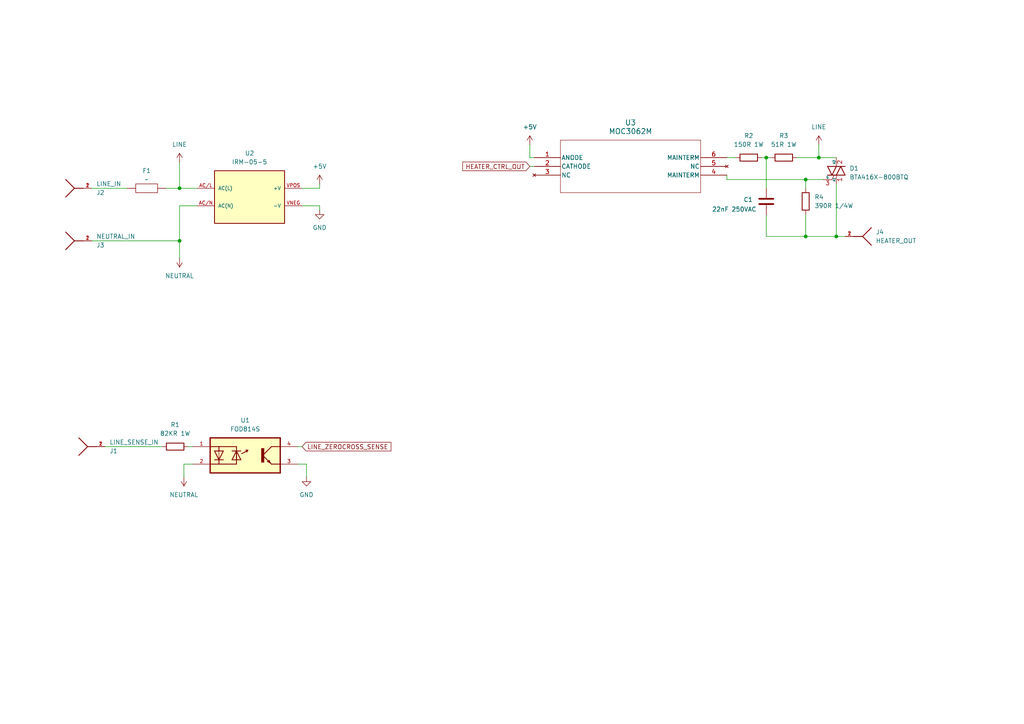
<source format=kicad_sch>
(kicad_sch (version 20231120) (generator "eeschema") (generator_version "8.0")
  (paper "A4")
  (lib_symbols
    (symbol "63824-1:63824-1" (pin_names (offset 1.016))
      (property "Reference" "J" (at -3.0501 3.0501 0))
      (property "Value" "63824-1" (at -3.0492 -4.8279 0))
      (symbol "63824-1_0_0"
        (polyline (pts (xy 0 0) (xy -2.54 -2.54)) (stroke (width 0.254)))
        (polyline (pts (xy 0 0) (xy -2.54 2.54)) (stroke (width 0.254)))
        (polyline (pts (xy 2.54 0) (xy 0 0)) (stroke (width 0.254)))
        (pin passive line (at 5.08 0 180) (length 2.54) (name "~") (number "1"))
        (pin passive line (at 5.08 0 180) (length 2.54) (name "~") (number "2"))
      )
    )
    (symbol "Device:C" (pin_numbers hide) (pin_names (offset 0.254))
      (property "Reference" "C" (at 0.635 2.54 0))
      (property "Value" "C" (at 0.635 -2.54 0))
      (symbol "C_0_1"
        (polyline (pts (xy -2.032 -0.762) (xy 2.032 -0.762)) (stroke (width 0.508)))
        (polyline (pts (xy -2.032 0.762) (xy 2.032 0.762)) (stroke (width 0.508)))
      )
      (symbol "C_1_1"
        (pin passive line (at 0 3.81 270) (length 2.794) (name "~") (number "1"))
        (pin passive line (at 0 -3.81 90) (length 2.794) (name "~") (number "2"))
      )
    )
    (symbol "Device:R" (pin_numbers hide) (pin_names (offset 0))
      (property "Reference" "R" (at 2.032 0 90))
      (property "Value" "R" (at 0 0 90))
      (symbol "R_0_1"
        (rectangle (start -1.016 -2.54) (end 1.016 2.54) (stroke (width 0.254)))
      )
      (symbol "R_1_1"
        (pin passive line (at 0 3.81 270) (length 1.27) (name "~") (number "1"))
        (pin passive line (at 0 -3.81 90) (length 1.27) (name "~") (number "2"))
      )
    )
    (symbol "IRM-05-5:IRM-05-5" (pin_names (offset 1.016))
      (property "Reference" "U" (at -10.1681 7.626 0))
      (property "Value" "IRM-05-5" (at -10.1651 -10.1651 0))
      (symbol "IRM-05-5_0_0"
        (rectangle (start -10.16 -7.62) (end 10.16 7.62) (stroke (width 0.254)) (fill (type background)))
        (pin input line (at -15.24 2.54 0) (length 5.08) (name "AC(L)") (number "AC/L"))
        (pin input line (at -15.24 -2.54 0) (length 5.08) (name "AC(N)") (number "AC/N"))
        (pin output line (at 15.24 -2.54 180) (length 5.08) (name "-V") (number "VNEG"))
        (pin output line (at 15.24 2.54 180) (length 5.08) (name "+V") (number "VPOS"))
      )
    )
    (symbol "MOC3062M:MOC3062M" (pin_names (offset 0.254))
      (property "Reference" "U" (at 27.94 10.16 0))
      (property "Value" "MOC3062M" (at 27.94 7.62 0))
      (symbol "MOC3062M_0_1"
        (polyline (pts (xy 7.62 -10.16) (xy 48.26 -10.16)) (stroke (width 0.127)))
        (polyline (pts (xy 7.62 5.08) (xy 7.62 -10.16)) (stroke (width 0.127)))
        (polyline (pts (xy 48.26 -10.16) (xy 48.26 5.08)) (stroke (width 0.127)))
        (polyline (pts (xy 48.26 5.08) (xy 7.62 5.08)) (stroke (width 0.127)))
        (pin input line (at 0 0 0) (length 7.62) (name "ANODE") (number "1"))
        (pin output line (at 0 -2.54 0) (length 7.62) (name "CATHODE") (number "2"))
        (pin no_connect line (at 0 -5.08 0) (length 7.62) (name "NC") (number "3"))
        (pin input line (at 55.88 -5.08 180) (length 7.62) (name "MAINTERM") (number "4"))
        (pin no_connect line (at 55.88 -2.54 180) (length 7.62) (name "NC") (number "5"))
        (pin input line (at 55.88 0 180) (length 7.62) (name "MAINTERM") (number "6"))
      )
    )
    (symbol "Triac_Thyristor:Generic_Triac_A1A2G" (pin_names (offset 0))
      (property "Reference" "D" (at 3.175 0.635 0))
      (property "Value" "Generic_Triac_A1A2G" (at 3.175 -1.27 0))
      (symbol "Generic_Triac_A1A2G_0_1"
        (polyline (pts (xy -2.54 -1.27) (xy 2.54 -1.27)) (stroke (width 0.254)))
        (polyline (pts (xy -2.54 1.27) (xy 2.54 1.27)) (stroke (width 0.254)))
        (polyline (pts (xy -1.27 -2.54) (xy -0.635 -1.27)))
        (polyline (pts (xy -2.54 1.27) (xy -1.27 -1.27) (xy 0 1.27)) (stroke (width 0.254)))
        (polyline (pts (xy 0 -1.27) (xy 1.27 1.27) (xy 2.54 -1.27)) (stroke (width 0.254)))
      )
      (symbol "Generic_Triac_A1A2G_1_1"
        (pin passive line (at 0 -3.81 90) (length 2.54) (name "A1") (number "1"))
        (pin passive line (at 0 3.81 270) (length 2.54) (name "A2") (number "2"))
        (pin input line (at -3.81 -2.54 0) (length 2.54) (name "G") (number "3"))
      )
    )
    (symbol "fod814:FOD814S" (pin_names (offset 1.016))
      (property "Reference" "U" (at -5.0837 5.5921 0))
      (property "Value" "FOD814S" (at -5.0802 -7.6203 0))
      (symbol "FOD814S_0_0"
        (rectangle (start -10.16 -5.08) (end 10.16 5.08) (stroke (width 0.4064)) (fill (type background)))
        (polyline (pts (xy -7.62 -2.54) (xy -10.16 -2.54)) (stroke (width 0.254)))
        (polyline (pts (xy -7.62 -2.54) (xy -2.54 -2.54)) (stroke (width 0.254)))
        (polyline (pts (xy -7.62 -1.27) (xy -8.89 -1.27)) (stroke (width 0.254)))
        (polyline (pts (xy -7.62 -1.27) (xy -8.89 1.27)) (stroke (width 0.254)))
        (polyline (pts (xy -7.62 -1.27) (xy -7.62 -2.54)) (stroke (width 0.254)))
        (polyline (pts (xy -7.62 1.27) (xy -8.89 1.27)) (stroke (width 0.254)))
        (polyline (pts (xy -7.62 1.27) (xy -7.62 -1.27)) (stroke (width 0.1524)))
        (polyline (pts (xy -7.62 1.27) (xy -7.62 2.54)) (stroke (width 0.254)))
        (polyline (pts (xy -7.62 2.54) (xy -10.16 2.54)) (stroke (width 0.254)))
        (polyline (pts (xy -7.62 2.54) (xy -2.54 2.54)) (stroke (width 0.254)))
        (polyline (pts (xy -6.35 -1.27) (xy -7.62 -1.27)) (stroke (width 0.254)))
        (polyline (pts (xy -6.35 1.27) (xy -7.62 -1.27)) (stroke (width 0.254)))
        (polyline (pts (xy -6.35 1.27) (xy -7.62 1.27)) (stroke (width 0.254)))
        (polyline (pts (xy -3.81 -1.27) (xy -2.54 -1.27)) (stroke (width 0.254)))
        (polyline (pts (xy -3.81 -1.27) (xy -2.54 1.27)) (stroke (width 0.254)))
        (polyline (pts (xy -3.81 1.27) (xy -2.54 1.27)) (stroke (width 0.254)))
        (polyline (pts (xy -2.54 -1.27) (xy -2.54 1.27)) (stroke (width 0.1524)))
        (polyline (pts (xy -2.54 -1.27) (xy -2.54 2.54)) (stroke (width 0.254)))
        (polyline (pts (xy -2.54 -1.27) (xy -1.27 -1.27)) (stroke (width 0.254)))
        (polyline (pts (xy -2.54 1.27) (xy -2.54 -2.54)) (stroke (width 0.254)))
        (polyline (pts (xy -2.54 1.27) (xy -1.27 -1.27)) (stroke (width 0.254)))
        (polyline (pts (xy -2.54 1.27) (xy -1.27 1.27)) (stroke (width 0.254)))
        (polyline (pts (xy -1.016 0.508) (xy 0.508 1.27)) (stroke (width 0.254)))
        (polyline (pts (xy 0.254 1.524) (xy 0.508 1.016)) (stroke (width 0.254)))
        (polyline (pts (xy 0.508 1.016) (xy 0.762 1.524)) (stroke (width 0.254)))
        (polyline (pts (xy 0.762 1.524) (xy 0.254 1.524)) (stroke (width 0.254)))
        (polyline (pts (xy 5.08 0) (xy 7.62 -2.54)) (stroke (width 0.254)))
        (polyline (pts (xy 7.62 -2.54) (xy 10.16 -2.54)) (stroke (width 0.254)))
        (polyline (pts (xy 7.62 2.54) (xy 5.08 0)) (stroke (width 0.254)))
        (polyline (pts (xy 7.62 2.54) (xy 10.16 2.54)) (stroke (width 0.254)))
        (polyline (pts (xy 6.985 -1.397) (xy 7.366 -2.286) (xy 6.35 -1.778) (xy 6.985 -1.397)) (stroke (width 0.1524)) (fill (type outline)))
        (rectangle (start 4.6993 -2.0321) (end 5.461 2.032) (stroke (width 0.1)) (fill (type outline)))
        (pin input line (at -15.24 2.54 0) (length 5.08) (name "~") (number "1"))
        (pin output line (at -15.24 -2.54 0) (length 5.08) (name "~") (number "2"))
        (pin output line (at 15.24 -2.54 180) (length 5.08) (name "~") (number "3"))
        (pin input line (at 15.24 2.54 180) (length 5.08) (name "~") (number "4"))
      )
    )
    (symbol "fuse_holder:fuse_holder" (pin_numbers hide) (pin_names hide)
      (property "Reference" "F" (at -1.778 0 0))
      (symbol "fuse_holder_0_1"
        (rectangle (start -5.08 3.81) (end 1.27 1.27))
      )
      (symbol "fuse_holder_1_1"
        (pin passive line (at -7.62 2.54 0) (length 2.54) (name "1") (number "1"))
        (pin passive line (at -7.62 2.54 0) (length 2.54) (name "2") (number "2"))
        (pin passive line (at 3.81 2.54 180) (length 2.54) (name "3") (number "3"))
        (pin passive line (at 3.81 2.54 180) (length 2.54) (name "4") (number "4"))
      )
    )
    (symbol "power:+5V" (power) (pin_numbers hide) (pin_names (offset 0) hide)
      (property "Value" "+5V" (at 0 3.556 0))
      (symbol "+5V_0_1"
        (polyline (pts (xy -0.762 1.27) (xy 0 2.54)))
        (polyline (pts (xy 0 0) (xy 0 2.54)))
        (polyline (pts (xy 0 2.54) (xy 0.762 1.27)))
      )
      (symbol "+5V_1_1"
        (pin power_in line (at 0 0 90) (length 0) (name "~") (number "1"))
      )
    )
    (symbol "power:GND" (power) (pin_numbers hide) (pin_names (offset 0) hide)
      (property "Value" "GND" (at 0 -3.81 0))
      (symbol "GND_0_1"
        (polyline (pts (xy 0 0) (xy 0 -1.27) (xy 1.27 -1.27) (xy 0 -2.54) (xy -1.27 -1.27) (xy 0 -1.27)))
      )
      (symbol "GND_1_1"
        (pin power_in line (at 0 0 270) (length 0) (name "~") (number "1"))
      )
    )
    (symbol "power:LINE" (power) (pin_numbers hide) (pin_names (offset 0) hide)
      (property "Value" "LINE" (at 0 3.556 0))
      (symbol "LINE_0_1"
        (polyline (pts (xy -0.762 1.27) (xy 0 2.54)))
        (polyline (pts (xy 0 0) (xy 0 2.54)))
        (polyline (pts (xy 0 2.54) (xy 0.762 1.27)))
      )
      (symbol "LINE_1_1"
        (pin power_in line (at 0 0 90) (length 0) (name "~") (number "1"))
      )
    )
  )
  (junction (at 242.57 68.58))
  (junction (at 233.68 52.07))
  (junction (at 52.07 69.85))
  (junction (at 222.25 45.72))
  (junction (at 233.68 68.58))
  (junction (at 52.07 54.61))
  (junction (at 237.49 45.72))
  (wire (pts (xy 87.63 54.61) (xy 92.71 54.61)))
  (wire (pts (xy 154.94 48.26) (xy 153.67 48.26)))
  (wire (pts (xy 233.68 52.07) (xy 233.68 54.61)))
  (wire (pts (xy 242.57 53.34) (xy 242.57 68.58)))
  (wire (pts (xy 233.68 62.23) (xy 233.68 68.58)))
  (wire (pts (xy 222.25 45.72) (xy 223.52 45.72)))
  (wire (pts (xy 52.07 69.85) (xy 52.07 74.93)))
  (wire (pts (xy 153.67 41.91) (xy 153.67 45.72)))
  (wire (pts (xy 92.71 59.69) (xy 92.71 60.96)))
  (wire (pts (xy 86.36 129.54) (xy 87.63 129.54)))
  (wire (pts (xy 210.82 45.72) (xy 213.36 45.72)))
  (wire (pts (xy 237.49 41.91) (xy 237.49 45.72)))
  (wire (pts (xy 53.34 138.43) (xy 53.34 134.62)))
  (wire (pts (xy 210.82 52.07) (xy 233.68 52.07)))
  (wire (pts (xy 210.82 50.8) (xy 210.82 52.07)))
  (wire (pts (xy 233.68 52.07) (xy 238.76 52.07)))
  (wire (pts (xy 53.34 134.62) (xy 55.88 134.62)))
  (wire (pts (xy 237.49 45.72) (xy 242.57 45.72)))
  (wire (pts (xy 26.67 54.61) (xy 36.83 54.61)))
  (wire (pts (xy 154.94 45.72) (xy 153.67 45.72)))
  (wire (pts (xy 87.63 59.69) (xy 92.71 59.69)))
  (wire (pts (xy 88.9 134.62) (xy 88.9 138.43)))
  (wire (pts (xy 242.57 68.58) (xy 245.11 68.58)))
  (wire (pts (xy 222.25 45.72) (xy 222.25 54.61)))
  (wire (pts (xy 86.36 134.62) (xy 88.9 134.62)))
  (wire (pts (xy 26.67 69.85) (xy 52.07 69.85)))
  (wire (pts (xy 30.48 129.54) (xy 46.99 129.54)))
  (wire (pts (xy 222.25 68.58) (xy 233.68 68.58)))
  (wire (pts (xy 57.15 59.69) (xy 52.07 59.69)))
  (wire (pts (xy 52.07 59.69) (xy 52.07 69.85)))
  (wire (pts (xy 220.98 45.72) (xy 222.25 45.72)))
  (wire (pts (xy 222.25 62.23) (xy 222.25 68.58)))
  (wire (pts (xy 231.14 45.72) (xy 237.49 45.72)))
  (wire (pts (xy 48.26 54.61) (xy 52.07 54.61)))
  (wire (pts (xy 54.61 129.54) (xy 55.88 129.54)))
  (wire (pts (xy 92.71 53.34) (xy 92.71 54.61)))
  (wire (pts (xy 52.07 54.61) (xy 57.15 54.61)))
  (wire (pts (xy 233.68 68.58) (xy 242.57 68.58)))
  (wire (pts (xy 52.07 46.99) (xy 52.07 54.61)))
  (global_label "LINE_ZEROCROSS_SENSE" (shape input) (at 87.63 129.54 0) (property "Intersheetrefs" "${INTERSHEET_REFS}" (effects (hide yes))))
  (global_label "HEATER_CTRL_OUT" (shape input) (at 153.67 48.26 180) (property "Intersheetrefs" "${INTERSHEET_REFS}" (effects (hide yes))))
  (symbol (lib_id "power:GND") (at 92.71 60.96 0) (unit 1)
    (property "Reference" "#PWR6" (effects (hide yes)))
    (property "Value" "GND" (at 92.71 66.04 0))
    (property "Description" "Power symbol creates a global label with name \"GND\" , ground" (effects (hide yes)))
  )
  (symbol (lib_id "63824-1:63824-1") (at 250.19 68.58 180) (unit 1)
    (property "Reference" "J4" (at 254 67.3099 0) (effects (justify right)))
    (property "Value" "HEATER_OUT" (at 254 69.8499 0) (effects (justify right)))
    (property "Footprint" "footprints:CONN_63824-1" (effects (hide yes)))
    (property "PARTREV" "R" (effects (hide yes)))
    (property "STANDARD" "Manufacturer recommendations" (effects (hide yes)))
    (property "SNAPEDA_PN" "4908" (effects (hide yes)))
    (property "MAXIMUM_PACKAGE_HEIGHT" "9.22mm" (effects (hide yes)))
    (property "MANUFACTURER" "TE Connectivity" (effects (hide yes)))
    (property "CONNECTOR" "THT MALE CONNECTOR" (effects (hide yes)))
    (property "TE_PART_NUMBER" "63824-1" (effects (hide yes)))
    (property "ORIENTATION" "Straight" (effects (hide yes)))
    (property "GENDER" "Male" (effects (hide yes)))
    (property "CONFIGURATION" "Single Row" (effects (hide yes)))
    (property "PART_DESCRIPTION" "Connector,5.08mm,Straight" (effects (hide yes)))
    (property "PUBLISHER" "TE Connectivity" (effects (hide yes)))
    (property "FINISH" "Tin" (effects (hide yes)))
    (property "PACKAGE" "THT" (effects (hide yes)))
    (property "SERIES" "FASTON  | 250" (effects (hide yes)))
    (property "DESIGNATOR" "63824-1" (effects (hide yes)))
    (property "ROHS_COMPLIANT" "Yes" (effects (hide yes)))
    (property "LATEST_REVISION_DATE" "25 June,2013" (effects (hide yes)))
    (property "PUBLISHED" "20 Feb,2001" (effects (hide yes)))
    (property "NO_OF_POSITION" "2" (effects (hide yes)))
    (property "MANUFACTURER_LINK" "http://www.te.com/commerce/DocumentDelivery/DDEController?Action=showdoc&DocId=Customer+Drawing%7F63824%7FR%7Fpdf%7FEnglish%7FENG_CD_63824_R_baseFilename.pdf%7F63824-1" (effects (hide yes)))
    (property "LATEST_REVISION_NOTE" "Revised per ECR-13-001204" (effects (hide yes)))
    (property "PITCH" "5.08mm" (effects (hide yes)))
    (property "TYPE" "TAB" (effects (hide yes)))
    (property "DIGIKEY_PN" "A29938CT-ND" (effects (hide yes)))
  )
  (symbol (lib_id "MOC3062M:MOC3062M") (at 154.94 45.72 0) (unit 1)
    (property "Reference" "U3" (at 182.88 35.56 0) (effects (font (size 1.524 1.524))))
    (property "Value" "MOC3062M" (at 182.88 38.1 0) (effects (font (size 1.524 1.524))))
    (property "Footprint" "footprints:PDIP6_8P89X6P6_ONS" (effects (hide yes)))
    (property "Datasheet" "MOC3062M" (effects (hide yes)))
    (property "DIGIKEY_PN" "MOC3062M-ND" (effects (hide yes)))
  )
  (symbol (lib_id "power:LINE") (at 52.07 46.99 0) (unit 1)
    (property "Reference" "#PWR1" (effects (hide yes)))
    (property "Value" "LINE" (at 52.07 41.91 0))
    (property "Description" "Power symbol creates a global label with name \"LINE\"" (effects (hide yes)))
  )
  (symbol (lib_id "63824-1:63824-1") (at 25.4 129.54 0) (mirror x) (unit 1)
    (property "Reference" "J1" (at 31.75 130.8101 0) (effects (justify left)))
    (property "Value" "LINE_SENSE_IN" (at 31.75 128.2701 0) (effects (justify left)))
    (property "Footprint" "footprints:CONN_63824-1" (effects (hide yes)))
    (property "PARTREV" "R" (effects (hide yes)))
    (property "STANDARD" "Manufacturer recommendations" (effects (hide yes)))
    (property "SNAPEDA_PN" "4908" (effects (hide yes)))
    (property "MAXIMUM_PACKAGE_HEIGHT" "9.22mm" (effects (hide yes)))
    (property "MANUFACTURER" "TE Connectivity" (effects (hide yes)))
    (property "CONNECTOR" "THT MALE CONNECTOR" (effects (hide yes)))
    (property "TE_PART_NUMBER" "63824-1" (effects (hide yes)))
    (property "ORIENTATION" "Straight" (effects (hide yes)))
    (property "GENDER" "Male" (effects (hide yes)))
    (property "CONFIGURATION" "Single Row" (effects (hide yes)))
    (property "PART_DESCRIPTION" "Connector,5.08mm,Straight" (effects (hide yes)))
    (property "PUBLISHER" "TE Connectivity" (effects (hide yes)))
    (property "FINISH" "Tin" (effects (hide yes)))
    (property "PACKAGE" "THT" (effects (hide yes)))
    (property "SERIES" "FASTON  | 250" (effects (hide yes)))
    (property "DESIGNATOR" "63824-1" (effects (hide yes)))
    (property "ROHS_COMPLIANT" "Yes" (effects (hide yes)))
    (property "LATEST_REVISION_DATE" "25 June,2013" (effects (hide yes)))
    (property "PUBLISHED" "20 Feb,2001" (effects (hide yes)))
    (property "NO_OF_POSITION" "2" (effects (hide yes)))
    (property "MANUFACTURER_LINK" "http://www.te.com/commerce/DocumentDelivery/DDEController?Action=showdoc&DocId=Customer+Drawing%7F63824%7FR%7Fpdf%7FEnglish%7FENG_CD_63824_R_baseFilename.pdf%7F63824-1" (effects (hide yes)))
    (property "LATEST_REVISION_NOTE" "Revised per ECR-13-001204" (effects (hide yes)))
    (property "PITCH" "5.08mm" (effects (hide yes)))
    (property "TYPE" "TAB" (effects (hide yes)))
    (property "DIGIKEY_PN" "A29938CT-ND" (effects (hide yes)))
  )
  (symbol (lib_id "power:LINE") (at 53.34 138.43 180) (unit 1)
    (property "Reference" "#PWR3" (effects (hide yes)))
    (property "Value" "NEUTRAL" (at 53.34 143.51 0))
    (property "Description" "Power symbol creates a global label with name \"LINE\"" (effects (hide yes)))
  )
  (symbol (lib_id "power:+5V") (at 153.67 41.91 0) (unit 1)
    (property "Reference" "#PWR7" (effects (hide yes)))
    (property "Value" "+5V" (at 153.67 36.83 0))
    (property "Description" "Power symbol creates a global label with name \"+5V\"" (effects (hide yes)))
  )
  (symbol (lib_id "fod814:FOD814S") (at 71.12 132.08 0) (unit 1)
    (property "Reference" "U1" (at 71.12 121.92 0))
    (property "Value" "FOD814S" (at 71.12 124.46 0))
    (property "Footprint" "footprints:SOIC254P1016X385-4N" (effects (hide yes)))
    (property "MANUFACTURER" "onsemi" (effects (hide yes)))
    (property "DIGIKEY_PN" "FOD814S-ND" (effects (hide yes)))
  )
  (symbol (lib_id "Device:R") (at 217.17 45.72 90) (unit 1)
    (property "Reference" "R2" (at 217.17 39.37 90))
    (property "Value" "150R 1W" (at 217.17 41.91 90))
    (property "Footprint" "Resistor_SMD:R_2512_6332Metric_Pad1.40x3.35mm_HandSolder" (effects (hide yes)))
    (property "Description" "Resistor" (effects (hide yes)))
    (property "DIGIKEY_PN" "13-SR2512JK-07150RLCT-ND" (effects (hide yes)))
  )
  (symbol (lib_id "Device:C") (at 222.25 58.42 0) (unit 1)
    (property "Reference" "C1" (at 215.646 57.912 0) (effects (justify left)))
    (property "Value" "22nF 250VAC" (at 206.502 60.706 0) (effects (justify left)))
    (property "Footprint" "Capacitor_SMD:C_1808_4520Metric_Pad1.72x2.30mm_HandSolder" (effects (hide yes)))
    (property "Description" "Unpolarized capacitor" (effects (hide yes)))
    (property "PARTREV" "11-Oct-17" (effects (hide yes)))
    (property "STANDARD" "IPC-7351B" (effects (hide yes)))
    (property "MAXIMUM_PACKAGE_HEIGHT" "15.0 mm" (effects (hide yes)))
    (property "MANUFACTURER" "Panasonic" (effects (hide yes)))
    (property "DIGIKEY_PN" "399-CAN17C223KARACTUCT-ND" (effects (hide yes)))
  )
  (symbol (lib_id "63824-1:63824-1") (at 21.59 54.61 0) (mirror x) (unit 1)
    (property "Reference" "J2" (at 27.94 55.8801 0) (effects (justify left)))
    (property "Value" "LINE_IN" (at 27.94 53.3401 0) (effects (justify left)))
    (property "Footprint" "footprints:CONN_63824-1" (effects (hide yes)))
    (property "PARTREV" "R" (effects (hide yes)))
    (property "STANDARD" "Manufacturer recommendations" (effects (hide yes)))
    (property "SNAPEDA_PN" "4908" (effects (hide yes)))
    (property "MAXIMUM_PACKAGE_HEIGHT" "9.22mm" (effects (hide yes)))
    (property "MANUFACTURER" "TE Connectivity" (effects (hide yes)))
    (property "CONNECTOR" "THT MALE CONNECTOR" (effects (hide yes)))
    (property "TE_PART_NUMBER" "63824-1" (effects (hide yes)))
    (property "ORIENTATION" "Straight" (effects (hide yes)))
    (property "GENDER" "Male" (effects (hide yes)))
    (property "CONFIGURATION" "Single Row" (effects (hide yes)))
    (property "PART_DESCRIPTION" "Connector,5.08mm,Straight" (effects (hide yes)))
    (property "PUBLISHER" "TE Connectivity" (effects (hide yes)))
    (property "FINISH" "Tin" (effects (hide yes)))
    (property "PACKAGE" "THT" (effects (hide yes)))
    (property "SERIES" "FASTON  | 250" (effects (hide yes)))
    (property "DESIGNATOR" "63824-1" (effects (hide yes)))
    (property "ROHS_COMPLIANT" "Yes" (effects (hide yes)))
    (property "LATEST_REVISION_DATE" "25 June,2013" (effects (hide yes)))
    (property "PUBLISHED" "20 Feb,2001" (effects (hide yes)))
    (property "NO_OF_POSITION" "2" (effects (hide yes)))
    (property "MANUFACTURER_LINK" "http://www.te.com/commerce/DocumentDelivery/DDEController?Action=showdoc&DocId=Customer+Drawing%7F63824%7FR%7Fpdf%7FEnglish%7FENG_CD_63824_R_baseFilename.pdf%7F63824-1" (effects (hide yes)))
    (property "LATEST_REVISION_NOTE" "Revised per ECR-13-001204" (effects (hide yes)))
    (property "PITCH" "5.08mm" (effects (hide yes)))
    (property "TYPE" "TAB" (effects (hide yes)))
    (property "DIGIKEY_PN" "A29938CT-ND" (effects (hide yes)))
  )
  (symbol (lib_id "power:LINE") (at 52.07 74.93 180) (unit 1)
    (property "Reference" "#PWR2" (effects (hide yes)))
    (property "Value" "NEUTRAL" (at 52.07 80.01 0))
    (property "Description" "Power symbol creates a global label with name \"LINE\"" (effects (hide yes)))
  )
  (symbol (lib_id "63824-1:63824-1") (at 21.59 69.85 0) (mirror x) (unit 1)
    (property "Reference" "J3" (at 27.94 71.1201 0) (effects (justify left)))
    (property "Value" "NEUTRAL_IN" (at 27.94 68.5801 0) (effects (justify left)))
    (property "Footprint" "footprints:CONN_63824-1" (effects (hide yes)))
    (property "PARTREV" "R" (effects (hide yes)))
    (property "STANDARD" "Manufacturer recommendations" (effects (hide yes)))
    (property "SNAPEDA_PN" "4908" (effects (hide yes)))
    (property "MAXIMUM_PACKAGE_HEIGHT" "9.22mm" (effects (hide yes)))
    (property "MANUFACTURER" "TE Connectivity" (effects (hide yes)))
    (property "CONNECTOR" "THT MALE CONNECTOR" (effects (hide yes)))
    (property "TE_PART_NUMBER" "63824-1" (effects (hide yes)))
    (property "ORIENTATION" "Straight" (effects (hide yes)))
    (property "GENDER" "Male" (effects (hide yes)))
    (property "CONFIGURATION" "Single Row" (effects (hide yes)))
    (property "PART_DESCRIPTION" "Connector,5.08mm,Straight" (effects (hide yes)))
    (property "PUBLISHER" "TE Connectivity" (effects (hide yes)))
    (property "FINISH" "Tin" (effects (hide yes)))
    (property "PACKAGE" "THT" (effects (hide yes)))
    (property "SERIES" "FASTON  | 250" (effects (hide yes)))
    (property "DESIGNATOR" "63824-1" (effects (hide yes)))
    (property "ROHS_COMPLIANT" "Yes" (effects (hide yes)))
    (property "LATEST_REVISION_DATE" "25 June,2013" (effects (hide yes)))
    (property "PUBLISHED" "20 Feb,2001" (effects (hide yes)))
    (property "NO_OF_POSITION" "2" (effects (hide yes)))
    (property "MANUFACTURER_LINK" "http://www.te.com/commerce/DocumentDelivery/DDEController?Action=showdoc&DocId=Customer+Drawing%7F63824%7FR%7Fpdf%7FEnglish%7FENG_CD_63824_R_baseFilename.pdf%7F63824-1" (effects (hide yes)))
    (property "LATEST_REVISION_NOTE" "Revised per ECR-13-001204" (effects (hide yes)))
    (property "PITCH" "5.08mm" (effects (hide yes)))
    (property "TYPE" "TAB" (effects (hide yes)))
    (property "DIGIKEY_PN" "A29938CT-ND" (effects (hide yes)))
  )
  (symbol (lib_id "power:+5V") (at 92.71 53.34 0) (unit 1)
    (property "Reference" "#PWR5" (effects (hide yes)))
    (property "Value" "+5V" (at 92.71 48.26 0))
    (property "Description" "Power symbol creates a global label with name \"+5V\"" (effects (hide yes)))
  )
  (symbol (lib_id "power:GND") (at 88.9 138.43 0) (unit 1)
    (property "Reference" "#PWR4" (effects (hide yes)))
    (property "Value" "GND" (at 88.9 143.51 0))
    (property "Description" "Power symbol creates a global label with name \"GND\" , ground" (effects (hide yes)))
  )
  (symbol (lib_id "power:LINE") (at 237.49 41.91 0) (unit 1)
    (property "Reference" "#PWR8" (effects (hide yes)))
    (property "Value" "LINE" (at 237.49 36.83 0))
    (property "Description" "Power symbol creates a global label with name \"LINE\"" (effects (hide yes)))
  )
  (symbol (lib_id "Device:R") (at 50.8 129.54 90) (unit 1)
    (property "Reference" "R1" (at 50.8 123.19 90))
    (property "Value" "82KR 1W" (at 50.8 125.73 90))
    (property "Footprint" "Resistor_SMD:R_2512_6332Metric_Pad1.40x3.35mm_HandSolder" (effects (hide yes)))
    (property "Description" "Resistor" (effects (hide yes)))
    (property "DIGIKEY_PN" "13-RC2512JK-0782KLCT-ND" (effects (hide yes)))
  )
  (symbol (lib_id "fuse_holder:fuse_holder") (at 44.45 57.15 0) (unit 1)
    (property "Reference" "F1" (at 42.545 49.53 0))
    (property "Value" "~" (at 42.545 52.07 0))
    (property "Footprint" "footprints:fuse_holder" (effects (hide yes)))
    (property "DIGIKEY_PN" "36-3521-ND (Holders),0225010.MXP-ND (Fuse)" (effects (hide yes)))
  )
  (symbol (lib_id "Device:R") (at 233.68 58.42 180) (unit 1)
    (property "Reference" "R4" (at 236.22 57.1499 0) (effects (justify right)))
    (property "Value" "390R 1/4W" (at 236.22 59.6899 0) (effects (justify right)))
    (property "Footprint" "Resistor_SMD:R_1206_3216Metric_Pad1.30x1.75mm_HandSolder" (effects (hide yes)))
    (property "Description" "Resistor" (effects (hide yes)))
    (property "DIGIKEY_PN" "311-390ERCT-ND" (effects (hide yes)))
  )
  (symbol (lib_id "Device:R") (at 227.33 45.72 90) (unit 1)
    (property "Reference" "R3" (at 227.33 39.37 90))
    (property "Value" "51R 1W" (at 227.33 41.91 90))
    (property "Footprint" "Resistor_SMD:R_2512_6332Metric_Pad1.40x3.35mm_HandSolder" (effects (hide yes)))
    (property "Description" "Resistor" (effects (hide yes)))
    (property "DIGIKEY_PN" "13-AC2512JK-0751RLCT-ND" (effects (hide yes)))
  )
  (symbol (lib_id "Triac_Thyristor:Generic_Triac_A1A2G") (at 242.57 49.53 0) (unit 1)
    (property "Reference" "D1" (at 246.38 48.8314 0) (effects (justify left)))
    (property "Value" "BTA416X-800BTQ" (at 246.38 51.3714 0) (effects (justify left)))
    (property "Footprint" "to220_with_heatsink:to220_with_heatsink" (effects (hide yes)))
    (property "Description" "Triode for alternating current, anode1/anode2/gate" (effects (hide yes)))
    (property "DIGIKEY_PN" "1740-BTA416X-800BTQ-ND(Triac), HS403-ND (Heatsink)" (effects (hide yes)))
  )
  (symbol (lib_id "IRM-05-5:IRM-05-5") (at 72.39 57.15 0) (unit 1)
    (property "Reference" "U2" (at 72.39 44.45 0))
    (property "Value" "IRM-05-5" (at 72.39 46.99 0))
    (property "Footprint" "footprints:CONV_IRM-05-5" (effects (hide yes)))
    (property "Description" "AC-DC Single output Encapsulated power supply; Output 5Vdc at 1.0A; PCB mount, miniature size" (effects (hide yes)))
    (property "MF" "MEAN WELL" (effects (hide yes)))
    (property "DESCRIPTION" "AC-DC Single output Encapsulated power supply; Output 5Vdc at 1.0A; PCB mount, miniature size" (effects (hide yes)))
    (property "PACKAGE" "DIP-4 Mean Well" (effects (hide yes)))
    (property "PRICE" "None" (effects (hide yes)))
    (property "MP" "IRM-05-5" (effects (hide yes)))
    (property "AVAILABILITY" "Unavailable" (effects (hide yes)))
    (property "DIGIKEY_PN" "1866-3027-ND" (effects (hide yes)))
  )
)
</source>
